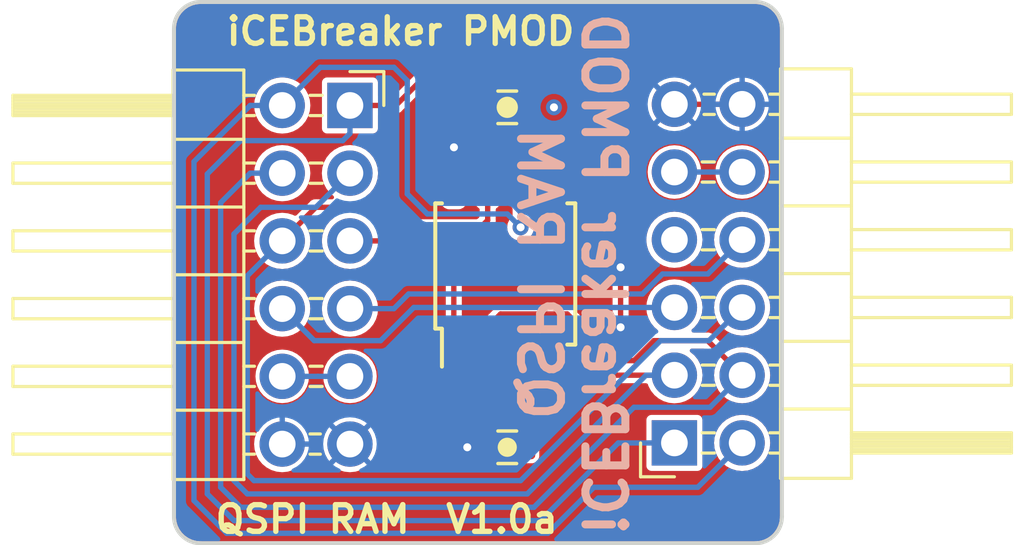
<source format=kicad_pcb>
(kicad_pcb (version 20221018) (generator pcbnew)
  (title_block (title "iCEBreaker PMOD - QSPI RAM") (date "2018-11-04") (rev "V1.0a") (company "GsD") (comment 2 "(C) 2018 Greg Davill <greg.davill@gmail.com>") (comment 3 "License: CC-BY-SA V4.0"))
  (layers (0 "F.Cu" signal) (31 "B.Cu" signal) (34 "B.Paste" user) (35 "F.Paste" user) (36 "B.SilkS" user "B.Silkscreen") (37 "F.SilkS" user "F.Silkscreen") (38 "B.Mask" user) (39 "F.Mask" user) (44 "Edge.Cuts" user))
  (net 0 "")
  (net 1 "GND")
  (net 2 "+3V3")
  (net 3 "/D2")
  (net 4 "/D3")
  (net 5 "/D0")
  (net 6 "/D1")
  (net 7 "/CLK")
  (net 8 "/CS2")
  (net 9 "/CS1")
  (net 10 "/CS0")
  (net 11 "Net-(J2-Pad4)")
  (footprint "pkl_dipol:C_0603" (layer "F.Cu") (at 42.5 46.7)
    (fp_text reference "C1")
    (fp_text value "10u")
    (fp_line (start -0.35 -0.61) (end 0.35 -0.61) (stroke (width 0.13)) (layer "F.SilkS"))
    (fp_line (start 0.35 0.61) (end -0.35 0.61) (stroke (width 0.13)) (layer "F.SilkS"))
    (fp_circle (center 0 0) (end 0 -0.18) (stroke (width 0.36)) (fill none) (layer "F.SilkS"))
    (pad "1" smd roundrect (at -0.75 0) (size 0.6 0.9) (layers "F.Cu" "F.Paste" "F.Mask") (net 2 "+3V3"))
    (pad "2" smd roundrect (at 0.75 0) (size 0.6 0.9) (layers "F.Cu" "F.Paste" "F.Mask") (net 1 "GND"))
  )
  (footprint "pkl_connectors:PMODHeader_2x06_P2.54mm_Horizontal" (layer "F.Cu") (at 36.6 46.58 180)
    (fp_text reference "J1")
    (fp_text value "PMOD")
    (fp_line (start -1.27 13.97) (end -1.27 12.7) (stroke (width 0.12)) (layer "F.SilkS"))
    (fp_line (start 0 13.97) (end -1.27 13.97) (stroke (width 0.12)) (layer "F.SilkS"))
    (fp_line (start 1.042929 2.16) (end 1.497071 2.16) (stroke (width 0.12)) (layer "F.SilkS"))
    (fp_line (start 1.042929 2.92) (end 1.497071 2.92) (stroke (width 0.12)) (layer "F.SilkS"))
    (fp_line (start 1.042929 4.7) (end 1.497071 4.7) (stroke (width 0.12)) (layer "F.SilkS"))
    (fp_line (start 1.042929 5.46) (end 1.497071 5.46) (stroke (width 0.12)) (layer "F.SilkS"))
    (fp_line (start 1.042929 7.24) (end 1.497071 7.24) (stroke (width 0.12)) (layer "F.SilkS"))
    (fp_line (start 1.042929 8) (end 1.497071 8) (stroke (width 0.12)) (layer "F.SilkS"))
    (fp_line (start 1.042929 9.78) (end 1.497071 9.78) (stroke (width 0.12)) (layer "F.SilkS"))
    (fp_line (start 1.042929 10.54) (end 1.497071 10.54) (stroke (width 0.12)) (layer "F.SilkS"))
    (fp_line (start 1.042929 12.32) (end 1.497071 12.32) (stroke (width 0.12)) (layer "F.SilkS"))
    (fp_line (start 1.042929 13.08) (end 1.497071 13.08) (stroke (width 0.12)) (layer "F.SilkS"))
    (fp_line (start 1.11 -0.38) (end 1.497071 -0.38) (stroke (width 0.12)) (layer "F.SilkS"))
    (fp_line (start 1.11 0.38) (end 1.497071 0.38) (stroke (width 0.12)) (layer "F.SilkS"))
    (fp_line (start 3.582929 -0.38) (end 3.98 -0.38) (stroke (width 0.12)) (layer "F.SilkS"))
    (fp_line (start 3.582929 0.38) (end 3.98 0.38) (stroke (width 0.12)) (layer "F.SilkS"))
    (fp_line (start 3.582929 2.16) (end 3.98 2.16) (stroke (width 0.12)) (layer "F.SilkS"))
    (fp_line (start 3.582929 2.92) (end 3.98 2.92) (stroke (width 0.12)) (layer "F.SilkS"))
    (fp_line (start 3.582929 4.7) (end 3.98 4.7) (stroke (width 0.12)) (layer "F.SilkS"))
    (fp_line (start 3.582929 5.46) (end 3.98 5.46) (stroke (width 0.12)) (layer "F.SilkS"))
    (fp_line (start 3.582929 7.24) (end 3.98 7.24) (stroke (width 0.12)) (layer "F.SilkS"))
    (fp_line (start 3.582929 8) (end 3.98 8) (stroke (width 0.12)) (layer "F.SilkS"))
    (fp_line (start 3.582929 9.78) (end 3.98 9.78) (stroke (width 0.12)) (layer "F.SilkS"))
    (fp_line (start 3.582929 10.54) (end 3.98 10.54) (stroke (width 0.12)) (layer "F.SilkS"))
    (fp_line (start 3.582929 12.32) (end 3.98 12.32) (stroke (width 0.12)) (layer "F.SilkS"))
    (fp_line (start 3.582929 13.08) (end 3.98 13.08) (stroke (width 0.12)) (layer "F.SilkS"))
    (fp_line (start 3.98 -1.33) (end 3.98 14.03) (stroke (width 0.12)) (layer "F.SilkS"))
    (fp_line (start 3.98 1.27) (end 6.64 1.27) (stroke (width 0.12)) (layer "F.SilkS"))
    (fp_line (start 3.98 3.81) (end 6.64 3.81) (stroke (width 0.12)) (layer "F.SilkS"))
    (fp_line (start 3.98 6.35) (end 6.64 6.35) (stroke (width 0.12)) (layer "F.SilkS"))
    (fp_line (start 3.98 8.89) (end 6.64 8.89) (stroke (width 0.12)) (layer "F.SilkS"))
    (fp_line (start 3.98 11.43) (end 6.64 11.43) (stroke (width 0.12)) (layer "F.SilkS"))
    (fp_line (start 3.98 14.03) (end 6.64 14.03) (stroke (width 0.12)) (layer "F.SilkS"))
    (fp_line (start 6.64 -1.33) (end 3.98 -1.33) (stroke (width 0.12)) (layer "F.SilkS"))
    (fp_line (start 6.64 -0.38) (end 12.64 -0.38) (stroke (width 0.12)) (layer "F.SilkS"))
    (fp_line (start 6.64 2.16) (end 12.64 2.16) (stroke (width 0.12)) (layer "F.SilkS"))
    (fp_line (start 6.64 4.7) (end 12.64 4.7) (stroke (width 0.12)) (layer "F.SilkS"))
    (fp_line (start 6.64 7.24) (end 12.64 7.24) (stroke (width 0.12)) (layer "F.SilkS"))
    (fp_line (start 6.64 9.78) (end 12.64 9.78) (stroke (width 0.12)) (layer "F.SilkS"))
    (fp_line (start 6.64 12.32) (end 12.64 12.32) (stroke (width 0.12)) (layer "F.SilkS"))
    (fp_line (start 6.64 12.38) (end 12.64 12.38) (stroke (width 0.12)) (layer "F.SilkS"))
    (fp_line (start 6.64 12.5) (end 12.64 12.5) (stroke (width 0.12)) (layer "F.SilkS"))
    (fp_line (start 6.64 12.62) (end 12.64 12.62) (stroke (width 0.12)) (layer "F.SilkS"))
    (fp_line (start 6.64 12.74) (end 12.64 12.74) (stroke (width 0.12)) (layer "F.SilkS"))
    (fp_line (start 6.64 12.86) (end 12.64 12.86) (stroke (width 0.12)) (layer "F.SilkS"))
    (fp_line (start 6.64 12.98) (end 12.64 12.98) (stroke (width 0.12)) (layer "F.SilkS"))
    (fp_line (start 6.64 14.03) (end 6.64 -1.33) (stroke (width 0.12)) (layer "F.SilkS"))
    (fp_line (start 12.64 -0.38) (end 12.64 0.38) (stroke (width 0.12)) (layer "F.SilkS"))
    (fp_line (start 12.64 0.38) (end 6.64 0.38) (stroke (width 0.12)) (layer "F.SilkS"))
    (fp_line (start 12.64 2.16) (end 12.64 2.92) (stroke (width 0.12)) (layer "F.SilkS"))
    (fp_line (start 12.64 2.92) (end 6.64 2.92) (stroke (width 0.12)) (layer "F.SilkS"))
    (fp_line (start 12.64 4.7) (end 12.64 5.46) (stroke (width 0.12)) (layer "F.SilkS"))
    (fp_line (start 12.64 5.46) (end 6.64 5.46) (stroke (width 0.12)) (layer "F.SilkS"))
    (fp_line (start 12.64 7.24) (end 12.64 8) (stroke (width 0.12)) (layer "F.SilkS"))
    (fp_line (start 12.64 8) (end 6.64 8) (stroke (width 0.12)) (layer "F.SilkS"))
    (fp_line (start 12.64 9.78) (end 12.64 10.54) (stroke (width 0.12)) (layer "F.SilkS"))
    (fp_line (start 12.64 10.54) (end 6.64 10.54) (stroke (width 0.12)) (layer "F.SilkS"))
    (fp_line (start 12.64 12.32) (end 12.64 13.08) (stroke (width 0.12)) (layer "F.SilkS"))
    (fp_line (start 12.64 13.08) (end 6.64 13.08) (stroke (width 0.12)) (layer "F.SilkS"))
    (pad "1" thru_hole rect (at 0 12.7 180) (size 1.7 1.7) (drill 1) (layers "*.Cu" "*.Mask") (net 5 "/D0"))
    (pad "2" thru_hole oval (at 0 10.16 180) (size 1.7 1.7) (drill 1) (layers "*.Cu" "*.Mask") (net 3 "/D2"))
    (pad "3" thru_hole oval (at 0 7.62 180) (size 1.7 1.7) (drill 1) (layers "*.Cu" "*.Mask") (net 10 "/CS0"))
    (pad "4" thru_hole oval (at 0 5.08 180) (size 1.7 1.7) (drill 1) (layers "*.Cu" "*.Mask") (net 8 "/CS2"))
    (pad "5" thru_hole oval (at 0 2.54 180) (size 1.7 1.7) (drill 1) (layers "*.Cu" "*.Mask") (net 1 "GND"))
    (pad "6" thru_hole circle (at 0 0 180) (size 1.7 1.7) (drill 1) (layers "*.Cu" "*.Mask") (net 2 "+3V3"))
    (pad "7" thru_hole circle (at 2.54 12.7 180) (size 1.7 1.7) (drill 1) (layers "*.Cu" "*.Mask") (net 7 "/CLK"))
    (pad "8" thru_hole oval (at 2.54 10.16 180) (size 1.7 1.7) (drill 1) (layers "*.Cu" "*.Mask") (net 6 "/D1"))
    (pad "9" thru_hole oval (at 2.54 7.62 180) (size 1.7 1.7) (drill 1) (layers "*.Cu" "*.Mask") (net 4 "/D3"))
    (pad "10" thru_hole oval (at 2.54 5.08 180) (size 1.7 1.7) (drill 1) (layers "*.Cu" "*.Mask") (net 9 "/CS1"))
    (pad "11" thru_hole oval (at 2.54 2.54 180) (size 1.7 1.7) (drill 1) (layers "*.Cu" "*.Mask") (net 1 "GND"))
    (pad "12" thru_hole oval (at 2.54 0 180) (size 1.7 1.7) (drill 1) (layers "*.Cu" "*.Mask") (net 2 "+3V3"))
  )
  (footprint "pkl_housings_soic:SOIC-8_5.3x5.3mm_Pitch1.27mm" (layer "F.Cu") (at 42.4 40.2 90)
    (fp_text reference "U1")
    (fp_text value "W25Q")
    (fp_line (start -2.65 2.65) (end -2.65 2.35) (stroke (width 0.15)) (layer "F.SilkS"))
    (fp_line (start -2.65 2.65) (end 2.65 2.65) (stroke (width 0.15)) (layer "F.SilkS"))
    (fp_line (start -2.075 -2.35) (end -3.475 -2.35) (stroke (width 0.15)) (layer "F.SilkS"))
    (fp_line (start -2.05 -2.6) (end -2.05 -2.35) (stroke (width 0.15)) (layer "F.SilkS"))
    (fp_line (start -2.05 -2.6) (end 2.65 -2.6) (stroke (width 0.15)) (layer "F.SilkS"))
    (fp_line (start 2.65 -2.6) (end 2.65 -2.35) (stroke (width 0.15)) (layer "F.SilkS"))
    (fp_line (start 2.65 2.65) (end 2.65 2.35) (stroke (width 0.15)) (layer "F.SilkS"))
    (pad "1" smd roundrect (at -3.4 -1.905 90) (size 1.55 0.6) (layers "F.Cu" "F.Paste" "F.Mask") (net 10 "/CS0"))
    (pad "2" smd roundrect (at -3.4 -0.635 90) (size 1.55 0.6) (layers "F.Cu" "F.Paste" "F.Mask") (net 6 "/D1"))
    (pad "3" smd roundrect (at -3.4 0.635 90) (size 1.55 0.6) (layers "F.Cu" "F.Paste" "F.Mask") (net 3 "/D2"))
    (pad "4" smd roundrect (at -3.4 1.905 90) (size 1.55 0.6) (layers "F.Cu" "F.Paste" "F.Mask") (net 1 "GND"))
    (pad "5" smd roundrect (at 3.4 1.905 90) (size 1.55 0.6) (layers "F.Cu" "F.Paste" "F.Mask") (net 5 "/D0"))
    (pad "6" smd roundrect (at 3.4 0.635 90) (size 1.55 0.6) (layers "F.Cu" "F.Paste" "F.Mask") (net 7 "/CLK"))
    (pad "7" smd roundrect (at 3.4 -0.635 90) (size 1.55 0.6) (layers "F.Cu" "F.Paste" "F.Mask") (net 4 "/D3"))
    (pad "8" smd roundrect (at 3.4 -1.905 90) (size 1.55 0.6) (layers "F.Cu" "F.Paste" "F.Mask") (net 2 "+3V3"))
  )
  (footprint "LOGO" (layer "F.Cu") (at 50.1 31.4)
    (fp_text reference "G***" hide)
    (fp_text value "LOGO" hide)
    (fp_poly (pts (xy 0.809625 -0.656049) (xy 0.948894 -0.652824) (xy 1.055352 -0.641742) (xy 1.138164 -0.620435) (xy 1.206496 -0.586535) (xy 1.269512 -0.537672) (xy 1.270237 -0.537018) (xy 1.340037 -0.45732) (xy 1.386054 -0.362298) (xy 1.410458 -0.244688) (xy 1.415419 -0.097228) (xy 1.413931 -0.056017) (xy 1.39408 0.106816) (xy 1.349894 0.237949) (xy 1.279148 0.339287) (xy 1.179619 0.412731) (xy 1.049083 0.460187) (xy 0.885316 0.483556) (xy 0.779803 0.486833) (xy 0.592667 0.486833) (xy 0.592667 0.338667) (xy 0.762 0.338667) (xy 0.884039 0.338667) (xy 0.998972 0.327347) (xy 1.079303 0.299395) (xy 1.160578 0.233792) (xy 1.215228 0.137724) (xy 1.243868 0.009786) (xy 1.248834 -0.087568) (xy 1.23982 -0.236059) (xy 1.21085 -0.349515) (xy 1.159033 -0.431642) (xy 1.081476 -0.486148) (xy 0.975288 -0.516738) (xy 0.908005 -0.524408) (xy 0.762 -0.534855) (xy 0.762 0.338667) (xy 0.592667 0.338667) (xy 0.592667 -0.656167) (xy 0.809625 -0.656049)) (stroke (width 0.01)) (fill solid) (layer "F.Cu"))
    (fp_poly (pts (xy -0.729586 -0.662399) (xy -0.677333 -0.647505) (xy -0.626418 -0.62313) (xy -0.603622 -0.588205) (xy -0.59668 -0.543282) (xy -0.593267 -0.492195) (xy -0.600915 -0.471095) (xy -0.629252 -0.474961) (xy -0.684652 -0.497417) (xy -0.793084 -0.52487) (xy -0.911313 -0.52619) (xy -1.021487 -0.502134) (xy -1.067329 -0.481194) (xy -1.152001 -0.414193) (xy -1.209167 -0.323118) (xy -1.240724 -0.203739) (xy -1.248833 -0.077437) (xy -1.235812 0.076285) (xy -1.196686 0.196724) (xy -1.131367 0.283993) (xy -1.039764 0.338206) (xy -0.921786 0.359477) (xy -0.902158 0.359833) (xy -0.827591 0.358133) (xy -0.78048 0.347764) (xy -0.754524 0.320825) (xy -0.743421 0.269416) (xy -0.740872 0.185636) (xy -0.740833 0.157542) (xy -0.740833 -0.019054) (xy -0.862541 -0.025402) (xy -0.931356 -0.030401) (xy -0.968596 -0.039801) (xy -0.985008 -0.059004) (xy -0.990947 -0.089958) (xy -0.997645 -0.148167) (xy -0.592666 -0.148167) (xy -0.592666 0.440359) (xy -0.661458 0.46483) (xy -0.746414 0.485276) (xy -0.850823 0.496713) (xy -0.957542 0.498477) (xy -1.049423 0.489902) (xy -1.085247 0.481267) (xy -1.208581 0.422253) (xy -1.302342 0.335079) (xy -1.367447 0.218338) (xy -1.404808 0.070623) (xy -1.413852 -0.024121) (xy -1.40885 -0.20249) (xy -1.373738 -0.351868) (xy -1.307754 -0.47377) (xy -1.210142 -0.569709) (xy -1.111404 -0.627564) (xy -0.992941 -0.664104) (xy -0.859141 -0.676016) (xy -0.729586 -0.662399)) (stroke (width 0.01)) (fill solid) (layer "F.Cu"))
    (fp_poly (pts (xy 0.162577 -0.408638) (xy 0.231651 -0.397665) (xy 0.269226 -0.38476) (xy 0.285863 -0.363181) (xy 0.292122 -0.326181) (xy 0.292151 -0.325883) (xy 0.298552 -0.260216) (xy 0.140244 -0.270375) (xy 0.023554 -0.274289) (xy -0.058453 -0.267638) (xy -0.112413 -0.249068) (xy -0.144962 -0.217221) (xy -0.1483 -0.211417) (xy -0.159408 -0.158528) (xy -0.131713 -0.111118) (xy -0.063856 -0.06759) (xy -0.005378 -0.043426) (xy 0.120986 0.004376) (xy 0.212326 0.044812) (xy 0.274186 0.082617) (xy 0.312111 0.122522) (xy 0.331646 0.16926) (xy 0.338334 0.227561) (xy 0.338667 0.250217) (xy 0.332061 0.319458) (xy 0.306108 0.369754) (xy 0.275785 0.401589) (xy 0.193201 0.454029) (xy 0.081845 0.489442) (xy -0.047579 0.506087) (xy -0.184364 0.50222) (xy -0.264583 0.489528) (xy -0.310364 0.472303) (xy -0.330277 0.436937) (xy -0.334784 0.40645) (xy -0.341485 0.336834) (xy -0.228951 0.353625) (xy -0.077646 0.369325) (xy 0.038464 0.366191) (xy 0.11832 0.344321) (xy 0.151534 0.318598) (xy 0.179753 0.277874) (xy 0.1905 0.251655) (xy 0.170586 0.212403) (xy 0.114686 0.169922) (xy 0.028559 0.127998) (xy -0.031142 0.106035) (xy -0.115912 0.072019) (xy -0.195079 0.030549) (xy -0.245396 -0.004577) (xy -0.292577 -0.05312) (xy -0.313312 -0.100997) (xy -0.3175 -0.159315) (xy -0.298442 -0.24985) (xy -0.244324 -0.323152) (xy -0.159727 -0.376842) (xy -0.04923 -0.40854) (xy 0.082583 -0.415868) (xy 0.162577 -0.408638)) (stroke (width 0.01)) (fill solid) (layer "F.Cu"))
  )
  (footprint "pkl_dipol:C_0603" (layer "F.Cu") (at 42.5 33.95)
    (fp_text reference "C2")
    (fp_text value "100n")
    (fp_line (start -0.35 -0.61) (end 0.35 -0.61) (stroke (width 0.13)) (layer "F.SilkS"))
    (fp_line (start 0.35 0.61) (end -0.35 0.61) (stroke (width 0.13)) (layer "F.SilkS"))
    (fp_circle (center 0 0) (end 0.2 0) (stroke (width 0.4)) (fill none) (layer "F.SilkS"))
    (pad "1" smd roundrect (at -0.75 0) (size 0.6 0.9) (layers "F.Cu" "F.Paste" "F.Mask") (net 2 "+3V3"))
    (pad "2" smd roundrect (at 0.75 0) (size 0.6 0.9) (layers "F.Cu" "F.Paste" "F.Mask") (net 1 "GND"))
  )
  (footprint "pkl_connectors:PMODHeader_2x06_P2.54mm_Horizontal" (layer "F.Cu") (at 48.768501 33.836501)
    (fp_text reference "J2")
    (fp_text value "PMOD")
    (fp_line (start -1.27 13.97) (end -1.27 12.7) (stroke (width 0.12)) (layer "F.SilkS"))
    (fp_line (start 0 13.97) (end -1.27 13.97) (stroke (width 0.12)) (layer "F.SilkS"))
    (fp_line (start 1.042929 2.16) (end 1.497071 2.16) (stroke (width 0.12)) (layer "F.SilkS"))
    (fp_line (start 1.042929 2.92) (end 1.497071 2.92) (stroke (width 0.12)) (layer "F.SilkS"))
    (fp_line (start 1.042929 4.7) (end 1.497071 4.7) (stroke (width 0.12)) (layer "F.SilkS"))
    (fp_line (start 1.042929 5.46) (end 1.497071 5.46) (stroke (width 0.12)) (layer "F.SilkS"))
    (fp_line (start 1.042929 7.24) (end 1.497071 7.24) (stroke (width 0.12)) (layer "F.SilkS"))
    (fp_line (start 1.042929 8) (end 1.497071 8) (stroke (width 0.12)) (layer "F.SilkS"))
    (fp_line (start 1.042929 9.78) (end 1.497071 9.78) (stroke (width 0.12)) (layer "F.SilkS"))
    (fp_line (start 1.042929 10.54) (end 1.497071 10.54) (stroke (width 0.12)) (layer "F.SilkS"))
    (fp_line (start 1.042929 12.32) (end 1.497071 12.32) (stroke (width 0.12)) (layer "F.SilkS"))
    (fp_line (start 1.042929 13.08) (end 1.497071 13.08) (stroke (width 0.12)) (layer "F.SilkS"))
    (fp_line (start 1.11 -0.38) (end 1.497071 -0.38) (stroke (width 0.12)) (layer "F.SilkS"))
    (fp_line (start 1.11 0.38) (end 1.497071 0.38) (stroke (width 0.12)) (layer "F.SilkS"))
    (fp_line (start 3.582929 -0.38) (end 3.98 -0.38) (stroke (width 0.12)) (layer "F.SilkS"))
    (fp_line (start 3.582929 0.38) (end 3.98 0.38) (stroke (width 0.12)) (layer "F.SilkS"))
    (fp_line (start 3.582929 2.16) (end 3.98 2.16) (stroke (width 0.12)) (layer "F.SilkS"))
    (fp_line (start 3.582929 2.92) (end 3.98 2.92) (stroke (width 0.12)) (layer "F.SilkS"))
    (fp_line (start 3.582929 4.7) (end 3.98 4.7) (stroke (width 0.12)) (layer "F.SilkS"))
    (fp_line (start 3.582929 5.46) (end 3.98 5.46) (stroke (width 0.12)) (layer "F.SilkS"))
    (fp_line (start 3.582929 7.24) (end 3.98 7.24) (stroke (width 0.12)) (layer "F.SilkS"))
    (fp_line (start 3.582929 8) (end 3.98 8) (stroke (width 0.12)) (layer "F.SilkS"))
    (fp_line (start 3.582929 9.78) (end 3.98 9.78) (stroke (width 0.12)) (layer "F.SilkS"))
    (fp_line (start 3.582929 10.54) (end 3.98 10.54) (stroke (width 0.12)) (layer "F.SilkS"))
    (fp_line (start 3.582929 12.32) (end 3.98 12.32) (stroke (width 0.12)) (layer "F.SilkS"))
    (fp_line (start 3.582929 13.08) (end 3.98 13.08) (stroke (width 0.12)) (layer "F.SilkS"))
    (fp_line (start 3.98 -1.33) (end 3.98 14.03) (stroke (width 0.12)) (layer "F.SilkS"))
    (fp_line (start 3.98 1.27) (end 6.64 1.27) (stroke (width 0.12)) (layer "F.SilkS"))
    (fp_line (start 3.98 3.81) (end 6.64 3.81) (stroke (width 0.12)) (layer "F.SilkS"))
    (fp_line (start 3.98 6.35) (end 6.64 6.35) (stroke (width 0.12)) (layer "F.SilkS"))
    (fp_line (start 3.98 8.89) (end 6.64 8.89) (stroke (width 0.12)) (layer "F.SilkS"))
    (fp_line (start 3.98 11.43) (end 6.64 11.43) (stroke (width 0.12)) (layer "F.SilkS"))
    (fp_line (start 3.98 14.03) (end 6.64 14.03) (stroke (width 0.12)) (layer "F.SilkS"))
    (fp_line (start 6.64 -1.33) (end 3.98 -1.33) (stroke (width 0.12)) (layer "F.SilkS"))
    (fp_line (start 6.64 -0.38) (end 12.64 -0.38) (stroke (width 0.12)) (layer "F.SilkS"))
    (fp_line (start 6.64 2.16) (end 12.64 2.16) (stroke (width 0.12)) (layer "F.SilkS"))
    (fp_line (start 6.64 4.7) (end 12.64 4.7) (stroke (width 0.12)) (layer "F.SilkS"))
    (fp_line (start 6.64 7.24) (end 12.64 7.24) (stroke (width 0.12)) (layer "F.SilkS"))
    (fp_line (start 6.64 9.78) (end 12.64 9.78) (stroke (width 0.12)) (layer "F.SilkS"))
    (fp_line (start 6.64 12.32) (end 12.64 12.32) (stroke (width 0.12)) (layer "F.SilkS"))
    (fp_line (start 6.64 12.38) (end 12.64 12.38) (stroke (width 0.12)) (layer "F.SilkS"))
    (fp_line (start 6.64 12.5) (end 12.64 12.5) (stroke (width 0.12)) (layer "F.SilkS"))
    (fp_line (start 6.64 12.62) (end 12.64 12.62) (stroke (width 0.12)) (layer "F.SilkS"))
    (fp_line (start 6.64 12.74) (end 12.64 12.74) (stroke (width 0.12)) (layer "F.SilkS"))
    (fp_line (start 6.64 12.86) (end 12.64 12.86) (stroke (width 0.12)) (layer "F.SilkS"))
    (fp_line (start 6.64 12.98) (end 12.64 12.98) (stroke (width 0.12)) (layer "F.SilkS"))
    (fp_line (start 6.64 14.03) (end 6.64 -1.33) (stroke (width 0.12)) (layer "F.SilkS"))
    (fp_line (start 12.64 -0.38) (end 12.64 0.38) (stroke (width 0.12)) (layer "F.SilkS"))
    (fp_line (start 12.64 0.38) (end 6.64 0.38) (stroke (width 0.12)) (layer "F.SilkS"))
    (fp_line (start 12.64 2.16) (end 12.64 2.92) (stroke (width 0.12)) (layer "F.SilkS"))
    (fp_line (start 12.64 2.92) (end 6.64 2.92) (stroke (width 0.12)) (layer "F.SilkS"))
    (fp_line (start 12.64 4.7) (end 12.64 5.46) (stroke (width 0.12)) (layer "F.SilkS"))
    (fp_line (start 12.64 5.46) (end 6.64 5.46) (stroke (width 0.12)) (layer "F.SilkS"))
    (fp_line (start 12.64 7.24) (end 12.64 8) (stroke (width 0.12)) (layer "F.SilkS"))
    (fp_line (start 12.64 8) (end 6.64 8) (stroke (width 0.12)) (layer "F.SilkS"))
    (fp_line (start 12.64 9.78) (end 12.64 10.54) (stroke (width 0.12)) (layer "F.SilkS"))
    (fp_line (start 12.64 10.54) (end 6.64 10.54) (stroke (width 0.12)) (layer "F.SilkS"))
    (fp_line (start 12.64 12.32) (end 12.64 13.08) (stroke (width 0.12)) (layer "F.SilkS"))
    (fp_line (start 12.64 13.08) (end 6.64 13.08) (stroke (width 0.12)) (layer "F.SilkS"))
    (pad "1" thru_hole rect (at 0 12.7) (size 1.7 1.7) (drill 1) (layers "*.Cu" "*.Mask") (net 5 "/D0"))
    (pad "2" thru_hole oval (at 0 10.16) (size 1.7 1.7) (drill 1) (layers "*.Cu" "*.Mask") (net 3 "/D2"))
    (pad "3" thru_hole oval (at 0 7.62) (size 1.7 1.7) (drill 1) (layers "*.Cu" "*.Mask") (net 9 "/CS1"))
    (pad "4" thru_hole oval (at 0 5.08) (size 1.7 1.7) (drill 1) (layers "*.Cu" "*.Mask") (net 11 "Net-(J2-Pad4)"))
    (pad "5" thru_hole oval (at 0 2.54) (size 1.7 1.7) (drill 1) (layers "*.Cu" "*.Mask") (net 1 "GND"))
    (pad "6" thru_hole circle (at 0 0) (size 1.7 1.7) (drill 1) (layers "*.Cu" "*.Mask") (net 2 "+3V3"))
    (pad "7" thru_hole circle (at 2.54 12.7) (size 1.7 1.7) (drill 1) (layers "*.Cu" "*.Mask") (net 7 "/CLK"))
    (pad "8" thru_hole oval (at 2.54 10.16) (size 1.7 1.7) (drill 1) (layers "*.Cu" "*.Mask") (net 6 "/D1"))
    (pad "9" thru_hole oval (at 2.54 7.62) (size 1.7 1.7) (drill 1) (layers "*.Cu" "*.Mask") (net 4 "/D3"))
    (pad "10" thru_hole oval (at 2.54 5.08) (size 1.7 1.7) (drill 1) (layers "*.Cu" "*.Mask") (net 8 "/CS2"))
    (pad "11" thru_hole oval (at 2.54 2.54) (size 1.7 1.7) (drill 1) (layers "*.Cu" "*.Mask") (net 1 "GND"))
    (pad "12" thru_hole oval (at 2.54 0) (size 1.7 1.7) (drill 1) (layers "*.Cu" "*.Mask") (net 2 "+3V3"))
  )
  (gr_arc (start 52.8 49.3) (mid 52.507107 50.007107) (end 51.8 50.3) (stroke (width 0.15)) (layer "Edge.Cuts"))
  (gr_line (start 52.8 31) (end 52.8 49.3) (stroke (width 0.15)) (layer "Edge.Cuts"))
  (gr_arc (start 51.8 30) (mid 52.507107 30.292893) (end 52.8 31) (stroke (width 0.15)) (layer "Edge.Cuts"))
  (gr_line (start 51.8 50.3) (end 31 50.3) (stroke (width 0.15)) (layer "Edge.Cuts"))
  (gr_arc (start 30 31) (mid 30.292893 30.292893) (end 31 30) (stroke (width 0.15)) (layer "Edge.Cuts"))
  (gr_line (start 30 49.3) (end 30 31) (stroke (width 0.15)) (layer "Edge.Cuts"))
  (gr_line (start 31 30) (end 51.8 30) (stroke (width 0.15)) (layer "Edge.Cuts"))
  (gr_arc (start 31 50.3) (mid 30.292893 50.007107) (end 30 49.3) (stroke (width 0.15)) (layer "Edge.Cuts"))
  (gr_text "iCEBreaker PMOD\nQSPI RAM" (at 44.9 40.2 270) (layer "B.SilkS") (effects (font (size 1.5 1.5) (thickness 0.3)) (justify mirror)))
  (gr_text "V1.0a" (at 42.3 49.4) (layer "F.SilkS") (effects (font (size 1 1) (thickness 0.2))))
  (gr_text "QSPI RAM\n" (at 35.2 49.4) (layer "F.SilkS") (effects (font (size 1 1) (thickness 0.2))))
  (gr_text "iCEBreaker PMOD" (at 38.5 31.1) (layer "F.SilkS") (effects (font (size 1 1) (thickness 0.2))))
  (segment (start 44.305 43.6) (end 44.305 45.295) (width 0.15) (layer "F.Cu") (net 1))
  (segment (start 43.25 33.95) (end 44.25 33.95) (width 0.2) (layer "F.Cu") (net 1))
  (segment (start 43.25 46.7) (end 43.25 45.7) (width 0.2) (layer "F.Cu") (net 1))
  (via (at 44.25 33.95) (size 0.6) (drill 0.3) (layers "F.Cu" "B.Cu") (net 1))
  (segment (start 51.308501 36.376501) (end 50.10642 36.376501) (width 0.2) (layer "B.Cu") (net 1))
  (segment (start 36.6 44.04) (end 35.397919 44.04) (width 0.2) (layer "B.Cu") (net 1))
  (segment (start 50.10642 36.376501) (end 48.768501 36.376501) (width 0.2) (layer "B.Cu") (net 1))
  (segment (start 35.397919 44.04) (end 34.06 44.04) (width 0.2) (layer "B.Cu") (net 1))
  (segment (start 40.5 35.45) (end 40.5 34.45) (width 0.2) (layer "F.Cu") (net 2))
  (segment (start 40.495 36.8) (end 40.495 35.455) (width 0.2) (layer "F.Cu") (net 2))
  (segment (start 41.75 46.7) (end 41 46.7) (width 0.2) (layer "F.Cu") (net 2))
  (segment (start 46.75 39.950014) (end 46.750014 39.95) (width 0.2) (layer "F.Cu") (net 2))
  (segment (start 46.75 42.2) (end 46.75 39.950014) (width 0.2) (layer "F.Cu") (net 2))
  (segment (start 40.495 35.455) (end 40.5 35.45) (width 0.2) (layer "F.Cu") (net 2))
  (segment (start 41 33.95) (end 41.75 33.95) (width 0.2) (layer "F.Cu") (net 2))
  (segment (start 51.308501 33.836501) (end 48.768501 33.836501) (width 0.2) (layer "F.Cu") (net 2))
  (segment (start 40.5 34.45) (end 41 33.95) (width 0.2) (layer "F.Cu") (net 2))
  (via (at 46.750014 39.95) (size 0.6) (drill 0.3) (layers "F.Cu" "B.Cu") (net 2))
  (via (at 41 46.7) (size 0.6) (drill 0.3) (layers "F.Cu" "B.Cu") (net 2))
  (via (at 46.75 42.2) (size 0.6) (drill 0.3) (layers "F.Cu" "B.Cu") (net 2))
  (via (at 40.5 35.45) (size 0.6) (drill 0.3) (layers "F.Cu" "B.Cu") (net 2))
  (segment (start 46.296501 43.996501) (end 44.5 42.2) (width 0.2) (layer "F.Cu") (net 3))
  (segment (start 43.035 42.665) (end 43.035 43.6) (width 0.2) (layer "F.Cu") (net 3))
  (segment (start 43.5 42.2) (end 43.035 42.665) (width 0.2) (layer "F.Cu") (net 3))
  (segment (start 44.5 42.2) (end 43.5 42.2) (width 0.2) (layer "F.Cu") (net 3))
  (segment (start 48.768501 43.996501) (end 46.296501 43.996501) (width 0.2) (layer "F.Cu") (net 3))
  (segment (start 33.25 37.7) (end 35.32 37.7) (width 0.2) (layer "B.Cu") (net 3))
  (segment (start 32.25 47.95) (end 32.25 38.7) (width 0.2) (layer "B.Cu") (net 3))
  (segment (start 35.750001 37.269999) (end 36.6 36.42) (width 0.2) (layer "B.Cu") (net 3))
  (segment (start 43.25 48.45) (end 32.75 48.45) (width 0.2) (layer "B.Cu") (net 3))
  (segment (start 47.703499 43.996501) (end 43.25 48.45) (width 0.2) (layer "B.Cu") (net 3))
  (segment (start 48.768501 43.996501) (end 47.703499 43.996501) (width 0.2) (layer "B.Cu") (net 3))
  (segment (start 32.75 48.45) (end 32.25 47.95) (width 0.2) (layer "B.Cu") (net 3))
  (segment (start 35.32 37.7) (end 35.750001 37.269999) (width 0.2) (layer "B.Cu") (net 3))
  (segment (start 32.25 38.7) (end 33.25 37.7) (width 0.2) (layer "B.Cu") (net 3))
  (segment (start 41.5 38.45) (end 41.765 38.185) (width 0.2) (layer "F.Cu") (net 4))
  (segment (start 41.765 38.185) (end 41.765 37.7) (width 0.2) (layer "F.Cu") (net 4))
  (segment (start 41.765 37.7) (end 41.765 36.8) (width 0.2) (layer "F.Cu") (net 4))
  (segment (start 37.5 37.7) (end 38.25 38.45) (width 0.2) (layer "F.Cu") (net 4))
  (segment (start 35.32 37.7) (end 37.5 37.7) (width 0.2) (layer "F.Cu") (net 4))
  (segment (start 34.06 38.96) (end 35.32 37.7) (width 0.2) (layer "F.Cu") (net 4))
  (segment (start 38.25 38.45) (end 41.5 38.45) (width 0.2) (layer "F.Cu") (net 4))
  (segment (start 48.25 42.7) (end 50.065002 42.7) (width 0.2) (layer "B.Cu") (net 4))
  (segment (start 50.458502 42.3065) (end 51.308501 41.456501) (width 0.2) (layer "B.Cu") (net 4))
  (segment (start 43 47.95) (end 48.25 42.7) (width 0.2) (layer "B.Cu") (net 4))
  (segment (start 33 47.95) (end 43 47.95) (width 0.2) (layer "B.Cu") (net 4))
  (segment (start 34.06 38.96) (end 32.75 40.27) (width 0.2) (layer "B.Cu") (net 4))
  (segment (start 50.065002 42.7) (end 50.458502 42.3065) (width 0.2) (layer "B.Cu") (net 4))
  (segment (start 32.75 40.27) (end 32.75 47.7) (width 0.2) (layer "B.Cu") (net 4))
  (segment (start 32.75 47.7) (end 33 47.95) (width 0.2) (layer "B.Cu") (net 4))
  (segment (start 45.25 32.95) (end 44.75 32.45) (width 0.2) (layer "F.Cu") (net 5))
  (segment (start 45.25 34.95) (end 45.25 32.95) (width 0.2) (layer "F.Cu") (net 5))
  (segment (start 44.305 36.8) (end 44.305 35.895) (width 0.2) (layer "F.Cu") (net 5))
  (segment (start 39.75 32.45) (end 38.32 33.88) (width 0.2) (layer "F.Cu") (net 5))
  (segment (start 44.305 35.895) (end 45.25 34.95) (width 0.2) (layer "F.Cu") (net 5))
  (segment (start 44.75 32.45) (end 39.75 32.45) (width 0.2) (layer "F.Cu") (net 5))
  (segment (start 38.32 33.88) (end 36.6 33.88) (width 0.2) (layer "F.Cu") (net 5))
  (segment (start 48.768501 46.536501) (end 46.663499 46.536501) (width 0.2) (layer "B.Cu") (net 5))
  (segment (start 36.6 34.93) (end 36.6 33.88) (width 0.2) (layer "B.Cu") (net 5))
  (segment (start 36.33 35.2) (end 36.6 34.93) (width 0.2) (layer "B.Cu") (net 5))
  (segment (start 43.750001 49.449999) (end 32.249999 49.449999) (width 0.2) (layer "B.Cu") (net 5))
  (segment (start 32.5 35.2) (end 36.33 35.2) (width 0.2) (layer "B.Cu") (net 5))
  (segment (start 31.25 36.45) (end 32.5 35.2) (width 0.2) (layer "B.Cu") (net 5))
  (segment (start 32.249999 49.449999) (end 31.25 48.45) (width 0.2) (layer "B.Cu") (net 5))
  (segment (start 31.25 48.45) (end 31.25 36.45) (width 0.2) (layer "B.Cu") (net 5))
  (segment (start 46.663499 46.536501) (end 43.750001 49.449999) (width 0.2) (layer "B.Cu") (net 5))
  (segment (start 47.25 43.45) (end 46.5 43.45) (width 0.2) (layer "F.Cu") (net 6))
  (segment (start 41.765 42.185) (end 41.765 43.6) (width 0.2) (layer "F.Cu") (net 6))
  (segment (start 50.012 42.7) (end 48 42.7) (width 0.2) (layer "F.Cu") (net 6))
  (segment (start 46.5 43.45) (end 44.75 41.7) (width 0.2) (layer "F.Cu") (net 6))
  (segment (start 51.308501 43.996501) (end 50.012 42.7) (width 0.2) (layer "F.Cu") (net 6))
  (segment (start 44.75 41.7) (end 42.25 41.7) (width 0.2) (layer "F.Cu") (net 6))
  (segment (start 42.25 41.7) (end 41.765 42.185) (width 0.2) (layer "F.Cu") (net 6))
  (segment (start 48 42.7) (end 47.25 43.45) (width 0.2) (layer "F.Cu") (net 6))
  (segment (start 34.06 36.42) (end 32.857919 36.42) (width 0.2) (layer "B.Cu") (net 6))
  (segment (start 50.105002 45.2) (end 50.458502 44.8465) (width 0.2) (layer "B.Cu") (net 6))
  (segment (start 31.75 48.2) (end 32.5 48.95) (width 0.2) (layer "B.Cu") (net 6))
  (segment (start 50.458502 44.8465) (end 51.308501 43.996501) (width 0.2) (layer "B.Cu") (net 6))
  (segment (start 43.5 48.95) (end 47.25 45.2) (width 0.2) (layer "B.Cu") (net 6))
  (segment (start 47.25 45.2) (end 50.105002 45.2) (width 0.2) (layer "B.Cu") (net 6))
  (segment (start 32.857919 36.42) (end 31.75 37.527919) (width 0.2) (layer "B.Cu") (net 6))
  (segment (start 31.75 37.527919) (end 31.75 48.2) (width 0.2) (layer "B.Cu") (net 6))
  (segment (start 32.5 48.95) (end 43.5 48.95) (width 0.2) (layer "B.Cu") (net 6))
  (segment (start 43 38.45) (end 43 36.835) (width 0.2) (layer "F.Cu") (net 7))
  (segment (start 43 36.835) (end 43.035 36.8) (width 0.2) (layer "F.Cu") (net 7))
  (via (at 43 38.45) (size 0.6) (drill 0.3) (layers "F.Cu" "B.Cu") (net 7))
  (segment (start 44.02501 49.92499) (end 45.75 48.2) (width 0.2) (layer "B.Cu") (net 7))
  (segment (start 39.5 37.95) (end 42.5 37.95) (width 0.2) (layer "B.Cu") (net 7))
  (segment (start 34.06 33.88) (end 32.857919 33.88) (width 0.2) (layer "B.Cu") (net 7))
  (segment (start 35.49 32.45) (end 38.25 32.45) (width 0.2) (layer "B.Cu") (net 7))
  (segment (start 31.97499 49.92499) (end 44.02501 49.92499) (width 0.2) (layer "B.Cu") (net 7))
  (segment (start 49.645002 48.2) (end 51.308501 46.536501) (width 0.2) (layer "B.Cu") (net 7))
  (segment (start 38.75 32.95) (end 38.75 37.2) (width 0.2) (layer "B.Cu") (net 7))
  (segment (start 34.06 33.88) (end 35.49 32.45) (width 0.2) (layer "B.Cu") (net 7))
  (segment (start 42.5 37.95) (end 43 38.45) (width 0.2) (layer "B.Cu") (net 7))
  (segment (start 38.75 37.2) (end 39.5 37.95) (width 0.2) (layer "B.Cu") (net 7))
  (segment (start 38.25 32.45) (end 38.75 32.95) (width 0.2) (layer "B.Cu") (net 7))
  (segment (start 30.75 48.7) (end 31.97499 49.92499) (width 0.2) (layer "B.Cu") (net 7))
  (segment (start 45.75 48.2) (end 49.645002 48.2) (width 0.2) (layer "B.Cu") (net 7))
  (segment (start 32.857919 33.88) (end 30.75 35.987919) (width 0.2) (layer "B.Cu") (net 7))
  (segment (start 30.75 35.987919) (end 30.75 48.7) (width 0.2) (layer "B.Cu") (net 7))
  (segment (start 38.8 40.95) (end 38.25 41.5) (width 0.2) (layer "B.Cu") (net 8))
  (segment (start 50.025002 40.2) (end 48.323 40.2) (width 0.2) (layer "B.Cu") (net 8))
  (segment (start 38.25 41.5) (end 36.6 41.5) (width 0.2) (layer "B.Cu") (net 8))
  (segment (start 51.308501 38.916501) (end 50.025002 40.2) (width 0.2) (layer "B.Cu") (net 8))
  (segment (start 48.323 40.2) (end 47.573 40.95) (width 0.2) (layer "B.Cu") (net 8))
  (segment (start 47.573 40.95) (end 38.8 40.95) (width 0.2) (layer "B.Cu") (net 8))
  (segment (start 34.06 41.5) (end 35.26 42.7) (width 0.2) (layer "B.Cu") (net 9))
  (segment (start 48.768501 41.456501) (end 38.993499 41.456501) (width 0.2) (layer "B.Cu") (net 9))
  (segment (start 35.26 42.7) (end 37.75 42.7) (width 0.2) (layer "B.Cu") (net 9))
  (segment (start 38.993499 41.456501) (end 37.75 42.7) (width 0.2) (layer "B.Cu") (net 9))
  (segment (start 36.6 38.96) (end 39.005 38.96) (width 0.2) (layer "F.Cu") (net 10))
  (segment (start 40.495 40.45) (end 40.495 43.6) (width 0.2) (layer "F.Cu") (net 10))
  (segment (start 39.005 38.96) (end 40.495 40.45) (width 0.2) (layer "F.Cu") (net 10))
  (zone (net 1) (net_name "GND") (layer "F.Cu") (connect_pads no (clearance 0.15)) (min_thickness 0.15) (fill yes (thermal_gap 0.15) (thermal_bridge_width 0.2))
    (polygon (pts (xy 30 30) (xy 52.8 30) (xy 52.8 50.3) (xy 30 50.3)))
  )
  (zone (net 2) (net_name "+3V3") (layer "B.Cu") (connect_pads (clearance 0.15)) (min_thickness 0.15) (fill yes (thermal_gap 0.15) (thermal_bridge_width 0.2))
    (polygon (pts (xy 30 30) (xy 52.8 30) (xy 52.8 50.3) (xy 30 50.3)))
  )
)
</source>
